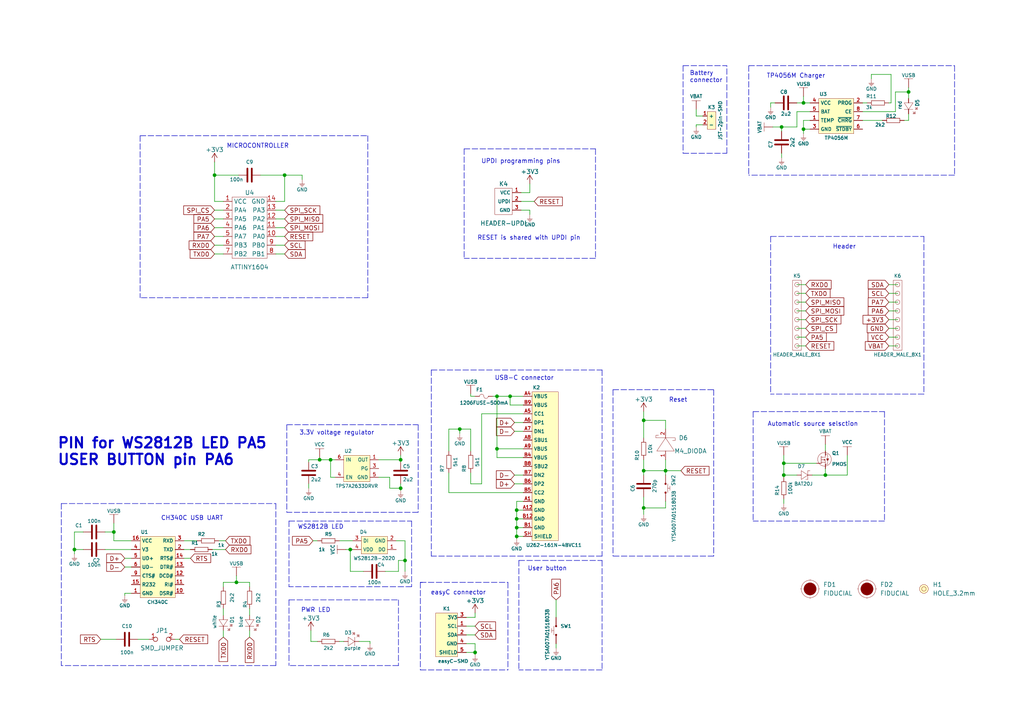
<source format=kicad_sch>
(kicad_sch (version 20211123) (generator eeschema)
  (paper "A4")
  (title_block (title "Dasduino LITE") (date "2022-08-16") (rev "V1.2.2.") (company "SOLDERED") (comment 1 "333008"))
  (lib_symbols
    (symbol "e-radionica.com schematics:0402LED" (pin_numbers hide) (pin_names (offset 0.254) hide)
      (property "Reference" "D" (at -0.635 2.54 0))
      (property "Value" "0402LED" (at 0 -2.54 0))
      (symbol "0402LED_1_1"
        (pin passive line (at -1.905 0 0) (length 1.27) (name "A") (number "1"))
        (pin passive line (at 2.54 0 180) (length 1.27) (name "K") (number "2"))
      )
    )
    (symbol "e-radionica.com schematics:0402LED_1" (pin_numbers hide) (pin_names (offset 0.254) hide)
      (property "Reference" "D" (at -0.635 2.54 0))
      (property "Value" "0402LED" (at 0 -2.54 0))
      (symbol "0402LED_1_1_1"
        (pin passive line (at -1.905 0 0) (length 1.27) (name "A") (number "1"))
        (pin passive line (at 2.54 0 180) (length 1.27) (name "K") (number "2"))
      )
    )
    (symbol "e-radionica.com schematics:0402LED_3" (pin_numbers hide) (pin_names (offset 0.254) hide)
      (property "Reference" "D" (at -0.635 2.54 0))
      (property "Value" "0402LED" (at 0 -2.54 0))
      (symbol "0402LED_3_1_1"
        (pin passive line (at -1.905 0 0) (length 1.27) (name "A") (number "1"))
        (pin passive line (at 2.54 0 180) (length 1.27) (name "K") (number "2"))
      )
    )
    (symbol "e-radionica.com schematics:0402R" (pin_numbers hide) (pin_names (offset 0.254))
      (property "Reference" "R" (at -1.905 1.27 0))
      (property "Value" "0402R" (at 0 -1.27 0))
      (symbol "0402R_1_1"
        (pin passive line (at -3.175 0 0) (length 1.27) (name "~") (number "1"))
        (pin passive line (at 3.175 0 180) (length 1.27) (name "~") (number "2"))
      )
    )
    (symbol "e-radionica.com schematics:0402R_1" (pin_numbers hide) (pin_names (offset 0.254))
      (property "Reference" "R" (at -1.905 1.27 0))
      (property "Value" "0402R" (at 0 -1.27 0))
      (symbol "0402R_1_1_1"
        (pin passive line (at -3.175 0 0) (length 1.27) (name "~") (number "1"))
        (pin passive line (at 3.175 0 180) (length 1.27) (name "~") (number "2"))
      )
    )
    (symbol "e-radionica.com schematics:0402R_2" (pin_numbers hide) (pin_names (offset 0.254))
      (property "Reference" "R" (at -1.905 1.27 0))
      (property "Value" "0402R" (at 0 -1.27 0))
      (symbol "0402R_2_1_1"
        (pin passive line (at -3.175 0 0) (length 1.27) (name "~") (number "1"))
        (pin passive line (at 3.175 0 180) (length 1.27) (name "~") (number "2"))
      )
    )
    (symbol "e-radionica.com schematics:0603C" (pin_numbers hide) (pin_names (offset 0.002))
      (property "Reference" "C" (at -0.635 3.175 0))
      (property "Value" "0603C" (at 0 -3.175 0))
      (symbol "0603C_1_1"
        (pin passive line (at -3.175 0 0) (length 2.54) (name "~") (number "1"))
        (pin passive line (at 3.175 0 180) (length 2.54) (name "~") (number "2"))
      )
    )
    (symbol "e-radionica.com schematics:0603C_3" (pin_numbers hide) (pin_names (offset 0.002))
      (property "Reference" "C" (at -0.635 3.175 0))
      (property "Value" "0603C" (at 0 -3.175 0))
      (symbol "0603C_3_1_1"
        (pin passive line (at -3.175 0 0) (length 2.54) (name "~") (number "1"))
        (pin passive line (at 3.175 0 180) (length 2.54) (name "~") (number "2"))
      )
    )
    (symbol "e-radionica.com schematics:0603C_4" (pin_numbers hide) (pin_names (offset 0.002))
      (property "Reference" "C" (at -0.635 3.175 0))
      (property "Value" "0603C" (at 0 -3.175 0))
      (symbol "0603C_4_1_1"
        (pin passive line (at -3.175 0 0) (length 2.54) (name "~") (number "1"))
        (pin passive line (at 3.175 0 180) (length 2.54) (name "~") (number "2"))
      )
    )
    (symbol "e-radionica.com schematics:0603C_5" (pin_numbers hide) (pin_names (offset 0.002))
      (property "Reference" "C" (at -0.635 3.175 0))
      (property "Value" "0603C" (at 0 -3.175 0))
      (symbol "0603C_5_1_1"
        (pin passive line (at -3.175 0 0) (length 2.54) (name "~") (number "1"))
        (pin passive line (at 3.175 0 180) (length 2.54) (name "~") (number "2"))
      )
    )
    (symbol "e-radionica.com schematics:0603R" (pin_numbers hide) (pin_names (offset 0.254))
      (property "Reference" "R" (at -1.905 1.905 0))
      (property "Value" "0603R" (at 0 -1.905 0))
      (symbol "0603R_1_1"
        (pin passive line (at -3.175 0 0) (length 1.27) (name "~") (number "1"))
        (pin passive line (at 3.175 0 180) (length 1.27) (name "~") (number "2"))
      )
    )
    (symbol "e-radionica.com schematics:0603R_1" (pin_numbers hide) (pin_names (offset 0.254))
      (property "Reference" "R" (at -1.905 1.905 0))
      (property "Value" "0603R" (at 0 -1.905 0))
      (symbol "0603R_1_1_1"
        (pin passive line (at -3.175 0 0) (length 1.27) (name "~") (number "1"))
        (pin passive line (at 3.175 0 180) (length 1.27) (name "~") (number "2"))
      )
    )
    (symbol "e-radionica.com schematics:0603R_2" (pin_numbers hide) (pin_names (offset 0.254))
      (property "Reference" "R" (at -1.905 1.905 0))
      (property "Value" "0603R" (at 0 -1.905 0))
      (symbol "0603R_2_1_1"
        (pin passive line (at -3.175 0 0) (length 1.27) (name "~") (number "1"))
        (pin passive line (at 3.175 0 180) (length 1.27) (name "~") (number "2"))
      )
    )
    (symbol "e-radionica.com schematics:0603R_3" (pin_numbers hide) (pin_names (offset 0.254))
      (property "Reference" "R" (at -1.905 1.905 0))
      (property "Value" "0603R" (at 0 -1.905 0))
      (symbol "0603R_3_1_1"
        (pin passive line (at -3.175 0 0) (length 1.27) (name "~") (number "1"))
        (pin passive line (at 3.175 0 180) (length 1.27) (name "~") (number "2"))
      )
    )
    (symbol "e-radionica.com schematics:0603R_4" (pin_numbers hide) (pin_names (offset 0.254))
      (property "Reference" "R" (at -1.905 1.905 0))
      (property "Value" "0603R" (at 0 -1.905 0))
      (symbol "0603R_4_1_1"
        (pin passive line (at -3.175 0 0) (length 1.27) (name "~") (number "1"))
        (pin passive line (at 3.175 0 180) (length 1.27) (name "~") (number "2"))
      )
    )
    (symbol "e-radionica.com schematics:0603R_5" (pin_numbers hide) (pin_names (offset 0.254))
      (property "Reference" "R" (at -1.905 1.905 0))
      (property "Value" "0603R" (at 0 -1.905 0))
      (symbol "0603R_5_1_1"
        (pin passive line (at -3.175 0 0) (length 1.27) (name "~") (number "1"))
        (pin passive line (at 3.175 0 180) (length 1.27) (name "~") (number "2"))
      )
    )
    (symbol "e-radionica.com schematics:1206FUSE" (pin_numbers hide) (pin_names hide)
      (property "Reference" "F" (at -1.27 1.905 0))
      (property "Value" "1206FUSE" (at 0 -1.905 0))
      (symbol "1206FUSE_1_1"
        (pin passive line (at -2.54 0 0) (length 1.27) (name "~") (number "1"))
        (pin passive line (at 2.54 0 180) (length 1.27) (name "~") (number "2"))
      )
    )
    (symbol "e-radionica.com schematics:ATTINY1604-SSNR"
      (property "Reference" "U" (at 0 10.16 0))
      (property "Value" "ATTINY1604-SSNR" (at 0 -10.16 0))
      (symbol "ATTINY1604-SSNR_1_1"
        (pin passive line (at -7.62 7.62 0) (length 2.54) (name "VCC") (number "1"))
        (pin passive line (at 7.62 -2.54 180) (length 2.54) (name "PA0") (number "10"))
        (pin passive line (at 7.62 0 180) (length 2.54) (name "PA1") (number "11"))
        (pin passive line (at 7.62 2.54 180) (length 2.54) (name "PA2") (number "12"))
        (pin passive line (at 7.62 5.08 180) (length 2.54) (name "PA3") (number "13"))
        (pin passive line (at 7.62 7.62 180) (length 2.54) (name "GND") (number "14"))
        (pin passive line (at -7.62 5.08 0) (length 2.54) (name "PA4") (number "2"))
        (pin passive line (at -7.62 2.54 0) (length 2.54) (name "PA5") (number "3"))
        (pin passive line (at -7.62 0 0) (length 2.54) (name "PA6") (number "4"))
        (pin passive line (at -7.62 -2.54 0) (length 2.54) (name "PA7") (number "5"))
        (pin passive line (at -7.62 -5.08 0) (length 2.54) (name "PB3") (number "6"))
        (pin passive line (at -7.62 -7.62 0) (length 2.54) (name "PB2") (number "7"))
        (pin passive line (at 7.62 -7.62 180) (length 2.54) (name "PB1") (number "8"))
        (pin passive line (at 7.62 -5.08 180) (length 2.54) (name "PB0") (number "9"))
      )
    )
    (symbol "e-radionica.com schematics:BAT20J" (pin_numbers hide) (pin_names hide)
      (property "Reference" "D" (at 0 2.54 0))
      (property "Value" "BAT20J" (at 0 -2.54 0))
      (symbol "BAT20J_1_1"
        (pin passive line (at -1.905 0 0) (length 1.27) (name "A") (number "1"))
        (pin passive line (at 2.54 0 180) (length 1.27) (name "K") (number "2"))
      )
    )
    (symbol "e-radionica.com schematics:CH340C"
      (property "Reference" "U" (at -3.81 10.16 0))
      (property "Value" "CH340C" (at 0 -10.16 0))
      (symbol "CH340C_1_1"
        (pin passive line (at -7.62 -7.62 0) (length 2.54) (name "GND") (number "1"))
        (pin passive line (at 7.62 -7.62 180) (length 2.54) (name "DSR#") (number "10"))
        (pin passive line (at 7.62 -5.08 180) (length 2.54) (name "RI#") (number "11"))
        (pin passive line (at 7.62 -2.54 180) (length 2.54) (name "DCD#") (number "12"))
        (pin passive line (at 7.62 0 180) (length 2.54) (name "DTR#") (number "13"))
        (pin passive line (at 7.62 2.54 180) (length 2.54) (name "RTS#") (number "14"))
        (pin passive line (at -7.62 -5.08 0) (length 2.54) (name "R232") (number "15"))
        (pin passive line (at -7.62 7.62 0) (length 2.54) (name "VCC") (number "16"))
        (pin passive line (at 7.62 5.08 180) (length 2.54) (name "TXD") (number "2"))
        (pin passive line (at 7.62 7.62 180) (length 2.54) (name "RXD") (number "3"))
        (pin passive line (at -7.62 5.08 0) (length 2.54) (name "V3") (number "4"))
        (pin passive line (at -7.62 2.54 0) (length 2.54) (name "UD+") (number "5"))
        (pin passive line (at -7.62 0 0) (length 2.54) (name "UD-") (number "6"))
        (pin passive line (at -7.62 -2.54 0) (length 2.54) (name "CTS#") (number "9"))
      )
    )
    (symbol "e-radionica.com schematics:FIDUCIAL" (in_bom no)
      (property "Reference" "FD" (at 0 3.81 0))
      (property "Value" "FIDUCIAL" (at 0 -3.81 0))
    )
    (symbol "e-radionica.com schematics:GND" (power) (pin_names (offset 0))
      (property "Value" "GND" (at 0 -2.921 0))
      (symbol "GND_1_1"
        (pin power_in line (at 0 0 270) (length 0) hide (name "GND") (number "1"))
      )
    )
    (symbol "e-radionica.com schematics:GND_1" (power) (pin_names (offset 0))
      (property "Value" "GND" (at 0 -2.921 0))
      (symbol "GND_1_1_1"
        (pin power_in line (at 0 0 270) (length 0) hide (name "GND") (number "1"))
      )
    )
    (symbol "e-radionica.com schematics:GND_2" (power) (pin_names (offset 0))
      (property "Value" "GND" (at 0 -2.921 0))
      (symbol "GND_2_1_1"
        (pin power_in line (at 0 0 270) (length 0) hide (name "GND") (number "1"))
      )
    )
    (symbol "e-radionica.com schematics:GND_3" (power) (pin_names (offset 0))
      (property "Value" "GND" (at 0 -2.921 0))
      (symbol "GND_3_1_1"
        (pin power_in line (at 0 0 270) (length 0) hide (name "GND") (number "1"))
      )
    )
    (symbol "e-radionica.com schematics:GND_4" (power) (pin_names (offset 0))
      (property "Value" "GND" (at 0 -2.921 0))
      (symbol "GND_4_1_1"
        (pin power_in line (at 0 0 270) (length 0) hide (name "GND") (number "1"))
      )
    )
    (symbol "e-radionica.com schematics:GND_5" (power) (pin_names (offset 0))
      (property "Value" "GND" (at 0 -2.921 0))
      (symbol "GND_5_1_1"
        (pin power_in line (at 0 0 270) (length 0) hide (name "GND") (number "1"))
      )
    )
    (symbol "e-radionica.com schematics:GND_7" (power) (pin_names (offset 0))
      (property "Value" "GND" (at 0 -2.921 0))
      (symbol "GND_7_1_1"
        (pin power_in line (at 0 0 270) (length 0) hide (name "GND") (number "1"))
      )
    )
    (symbol "e-radionica.com schematics:GND_8" (power) (pin_names (offset 0))
      (property "Value" "GND" (at 0 -2.921 0))
      (symbol "GND_8_1_1"
        (pin power_in line (at 0 0 270) (length 0) hide (name "GND") (number "1"))
      )
    )
    (symbol "e-radionica.com schematics:HEADER-UPDI"
      (property "Reference" "K" (at -1.27 5.08 0))
      (property "Value" "HEADER-UPDI" (at 0 -5.08 0))
      (symbol "HEADER-UPDI_1_1"
        (pin power_in line (at 5.08 2.54 180) (length 2.54) (name "VCC") (number "1"))
        (pin bidirectional line (at 5.08 0 180) (length 2.54) (name "UPDI") (number "2"))
        (pin power_in line (at 5.08 -2.54 180) (length 2.54) (name "GND") (number "3"))
      )
    )
    (symbol "e-radionica.com schematics:HEADER_MALE_8X1" (pin_numbers hide) (pin_names hide)
      (property "Reference" "K" (at -0.635 12.7 0))
      (property "Value" "HEADER_MALE_8X1" (at 0.635 -10.16 0))
      (symbol "HEADER_MALE_8X1_1_1"
        (pin passive line (at 0 -7.62 180) (length 0) (name "~") (number "1"))
        (pin passive line (at 0 -5.08 180) (length 0) (name "~") (number "2"))
        (pin passive line (at 0 -2.54 180) (length 0) (name "~") (number "3"))
        (pin passive line (at 0 0 180) (length 0) (name "~") (number "4"))
        (pin passive line (at 0 2.54 180) (length 0) (name "~") (number "5"))
        (pin passive line (at 0 5.08 180) (length 0) (name "~") (number "6"))
        (pin passive line (at 0 7.62 180) (length 0) (name "~") (number "7"))
        (pin passive line (at 0 10.16 180) (length 0) (name "~") (number "8"))
      )
    )
    (symbol "e-radionica.com schematics:HOLE_3.2mm" (pin_numbers hide) (pin_names hide)
      (property "Reference" "H" (at 0 2.54 0))
      (property "Value" "HOLE_3.2mm" (at 0 -2.54 0))
    )
    (symbol "e-radionica.com schematics:JST-2pin-SMD"
      (property "Reference" "K" (at -1.27 5.08 0))
      (property "Value" "JST-2pin-SMD" (at 0 -2.54 0))
      (symbol "JST-2pin-SMD_1_1"
        (pin passive line (at 1.27 0 180) (length 1.27) (name "+") (number "1"))
        (pin passive line (at 1.27 2.54 180) (length 1.27) (name "-") (number "2"))
      )
    )
    (symbol "e-radionica.com schematics:M4_DIODA" (pin_names hide)
      (property "Reference" "D" (at 0 3.81 0))
      (property "Value" "M4_DIODA" (at 0 -4.572 0))
      (symbol "M4_DIODA_1_1"
        (pin passive line (at -5.08 0 0) (length 2.54) (name "A") (number "1"))
        (pin passive line (at 3.81 0 180) (length 2.54) (name "K") (number "2"))
      )
    )
    (symbol "e-radionica.com schematics:PMOS-SOT-23-3" (pin_numbers hide) (pin_names hide)
      (property "Reference" "Q" (at -0.762 3.302 0))
      (property "Value" "PMOS-SOT-23-3" (at 0.381 -4.064 0))
      (symbol "PMOS-SOT-23-3_1_1"
        (pin passive line (at -1.27 -1.016 0) (length 1.27) (name "G") (number "1"))
        (pin passive line (at 1.27 -2.54 90) (length 1.27) (name "S") (number "2"))
        (pin passive line (at 1.27 2.54 270) (length 1.27) (name "D") (number "3"))
      )
    )
    (symbol "e-radionica.com schematics:SMD_JUMPER"
      (property "Reference" "JP" (at 0 1.397 0))
      (property "Value" "SMD_JUMPER" (at 0.508 -3.048 0))
      (symbol "SMD_JUMPER_1_1"
        (pin passive inverted (at -3.81 0 0) (length 2.54) (name "") (number "1"))
        (pin passive inverted (at 3.81 0 180) (length 2.54) (name "") (number "2"))
      )
    )
    (symbol "e-radionica.com schematics:TP4056M"
      (property "Reference" "U" (at -3.81 5.08 0))
      (property "Value" "TP4056M" (at 0 -7.62 0))
      (symbol "TP4056M_1_1"
        (pin passive line (at -7.62 -2.54 0) (length 2.54) (name "TEMP") (number "1"))
        (pin passive line (at 7.62 2.54 180) (length 2.54) (name "PROG") (number "2"))
        (pin passive line (at -7.62 -5.08 0) (length 2.54) (name "GND") (number "3"))
        (pin passive line (at -7.62 2.54 0) (length 2.54) (name "VCC") (number "4"))
        (pin passive line (at -7.62 0 0) (length 2.54) (name "BAT") (number "5"))
        (pin passive line (at 7.62 -5.08 180) (length 2.54) (name "~{STDBY}") (number "6"))
        (pin passive line (at 7.62 -2.54 180) (length 2.54) (name "~{CHRG}") (number "7"))
        (pin passive line (at 7.62 0 180) (length 2.54) (name "CE") (number "8"))
      )
    )
    (symbol "e-radionica.com schematics:TPS7A2633DRVR"
      (property "Reference" "U" (at -3.175 5.08 0))
      (property "Value" "TPS7A2633DRVR" (at 0 -5.08 0))
      (symbol "TPS7A2633DRVR_1_1"
        (pin passive line (at 6.35 2.54 180) (length 2.54) (name "OUT") (number "1"))
        (pin passive line (at 6.35 0 180) (length 2.54) (name "PG") (number "3"))
        (pin passive line (at -6.35 -2.54 0) (length 2.54) (name "EN") (number "4"))
        (pin passive line (at 6.35 -2.54 180) (length 2.54) (name "GND") (number "5"))
        (pin passive line (at -6.35 2.54 0) (length 2.54) (name "IN") (number "6"))
      )
    )
    (symbol "e-radionica.com schematics:U262-161N-4BVC11"
      (property "Reference" "K" (at 0 22.86 0))
      (property "Value" "U262-161N-4BVC11" (at 2.54 -22.86 0))
      (symbol "U262-161N-4BVC11_1_1"
        (pin passive line (at -3.81 -10.16 0) (length 2.54) (name "GND") (number "A1"))
        (pin passive line (at -3.81 -12.7 0) (length 2.54) (name "GND") (number "A12"))
        (pin passive line (at -3.81 20.32 0) (length 2.54) (name "VBUS") (number "A4"))
        (pin passive line (at -3.81 15.24 0) (length 2.54) (name "CC1") (number "A5"))
        (pin passive line (at -3.81 12.7 0) (length 2.54) (name "DP1") (number "A6"))
        (pin passive line (at -3.81 10.16 0) (length 2.54) (name "DN1") (number "A7"))
        (pin passive line (at -3.81 7.62 0) (length 2.54) (name "SBU1") (number "A8"))
        (pin passive line (at -3.81 5.08 0) (length 2.54) (name "VBUS") (number "A9"))
        (pin passive line (at -3.81 -17.78 0) (length 2.54) (name "GND") (number "B1"))
        (pin passive line (at -3.81 -15.24 0) (length 2.54) (name "GND") (number "B12"))
        (pin passive line (at -3.81 2.54 0) (length 2.54) (name "VBUS") (number "B4"))
        (pin passive line (at -3.81 -7.62 0) (length 2.54) (name "CC2") (number "B5"))
        (pin passive line (at -3.81 -5.08 0) (length 2.54) (name "DP2") (number "B6"))
        (pin passive line (at -3.81 -2.54 0) (length 2.54) (name "DN2") (number "B7"))
        (pin passive line (at -3.81 0 0) (length 2.54) (name "SBU2") (number "B8"))
        (pin passive line (at -3.81 17.78 0) (length 2.54) (name "VBUS") (number "B9"))
        (pin passive line (at -3.81 -20.32 0) (length 2.54) (name "SHIELD") (number "SH"))
      )
    )
    (symbol "e-radionica.com schematics:VBAT" (power) (pin_names (offset 0))
      (property "Value" "VBAT" (at 0 3.556 0))
      (symbol "VBAT_1_1"
        (pin power_in line (at 0 0 90) (length 0) hide (name "VBAT") (number "1"))
      )
    )
    (symbol "e-radionica.com schematics:VCC" (power) (pin_names (offset 0))
      (property "Value" "VCC" (at 0 3.556 0))
      (symbol "VCC_1_1"
        (pin power_in line (at 0 0 90) (length 0) hide (name "VCC") (number "1"))
      )
    )
    (symbol "e-radionica.com schematics:VUSB" (power) (pin_names (offset 0))
      (property "Value" "VUSB" (at 0 3.556 0))
      (symbol "VUSB_1_1"
        (pin power_in line (at 0 0 90) (length 0) hide (name "VUSB") (number "1"))
      )
    )
    (symbol "e-radionica.com schematics:VUSB_1" (power) (pin_names (offset 0))
      (property "Value" "VUSB" (at 0 3.556 0))
      (symbol "VUSB_1_1_1"
        (pin power_in line (at 0 0 90) (length 0) hide (name "VUSB") (number "1"))
      )
    )
    (symbol "e-radionica.com schematics:VUSB_2" (power) (pin_names (offset 0))
      (property "Value" "VUSB" (at 0 3.556 0))
      (symbol "VUSB_2_1_1"
        (pin power_in line (at 0 0 90) (length 0) hide (name "VUSB") (number "1"))
      )
    )
    (symbol "e-radionica.com schematics:VUSB_3" (power) (pin_names (offset 0))
      (property "Value" "VUSB" (at 0 3.556 0))
      (symbol "VUSB_3_1_1"
        (pin power_in line (at 0 0 90) (length 0) hide (name "VUSB") (number "1"))
      )
    )
    (symbol "e-radionica.com schematics:VUSB_4" (power) (pin_names (offset 0))
      (property "Value" "VUSB" (at 0 3.556 0))
      (symbol "VUSB_4_1_1"
        (pin power_in line (at 0 0 90) (length 0) hide (name "VUSB") (number "1"))
      )
    )
    (symbol "e-radionica.com schematics:WS2812B-2020"
      (property "Reference" "D" (at -2.54 3.81 0))
      (property "Value" "WS2812B-2020" (at 0 -3.81 0))
      (symbol "WS2812B-2020_1_1"
        (pin passive line (at 6.35 -1.27 180) (length 2.54) (name "DO") (number "1"))
        (pin passive line (at 6.35 1.27 180) (length 2.54) (name "GND") (number "2"))
        (pin passive line (at -6.35 1.27 0) (length 2.54) (name "DI") (number "3"))
        (pin passive line (at -6.35 -1.27 0) (length 2.54) (name "VDD") (number "4"))
      )
    )
    (symbol "e-radionica.com schematics:YTSA007A0151803B" (pin_numbers hide) (pin_names hide)
      (property "Reference" "SW" (at -1.016 2.286 0))
      (property "Value" "YTSA007A0151803B" (at 1.778 -2.032 0))
      (symbol "YTSA007A0151803B_1_1"
        (pin passive line (at -2.54 0 0) (length 2.54) (name "~") (number "1"))
        (pin passive line (at 5.08 0 180) (length 2.54) (name "~") (number "2"))
      )
    )
    (symbol "e-radionica.com schematics:easyC-SMD" (pin_names (offset 0.002))
      (property "Reference" "K" (at -2.54 10.16 0))
      (property "Value" "easyC-SMD" (at 0 -5.08 0))
      (symbol "easyC-SMD_1_1"
        (pin passive line (at 5.715 5.08 180) (length 2.54) (name "SCL") (number "1"))
        (pin passive line (at 5.715 2.54 180) (length 2.54) (name "SDA") (number "2"))
        (pin passive line (at 5.715 7.62 180) (length 2.54) (name "3V3") (number "3"))
        (pin passive line (at 5.715 0 180) (length 2.54) (name "GND") (number "4"))
        (pin passive line (at 5.715 -2.54 180) (length 2.54) (name "SHIELD") (number "5"))
      )
    )
    (symbol "power:+3V3" (power) (pin_names (offset 0))
      (property "Value" "+3V3" (at 0 3.556 0))
      (symbol "+3V3_1_1"
        (pin power_in line (at 0 0 90) (length 0) hide (name "+3V3") (number "1"))
      )
    )
  )
  (junction (at 186.69 121.92) (diameter 0.9144))
  (junction (at 186.69 136.525) (diameter 0.9144))
  (junction (at 149.86 150.495) (diameter 0.9144))
  (junction (at 144.145 130.175) (diameter 0.9144))
  (junction (at 92.71 133.35) (diameter 0.9144))
  (junction (at 95.885 133.35) (diameter 0.9144))
  (junction (at 117.475 162.56) (diameter 0.9144))
  (junction (at 116.205 141.605) (diameter 0.9144))
  (junction (at 21.59 159.385) (diameter 0.9144))
  (junction (at 233.045 37.465) (diameter 0.9144))
  (junction (at 116.205 133.35) (diameter 0.9144))
  (junction (at 186.69 147.32) (diameter 0.9144))
  (junction (at 149.86 153.035) (diameter 0.9144))
  (junction (at 82.55 50.8) (diameter 0.9144))
  (junction (at 149.86 155.575) (diameter 0.9144))
  (junction (at 227.33 134.366) (diameter 0.9144))
  (junction (at 227.33 137.795) (diameter 0.9144))
  (junction (at 149.86 147.955) (diameter 0.9144))
  (junction (at 137.795 189.23) (diameter 0.9144))
  (junction (at 33.02 154.305) (diameter 0.9144))
  (junction (at 144.145 114.935) (diameter 0.9144))
  (junction (at 226.695 36.83) (diameter 0.9144))
  (junction (at 263.525 26.67) (diameter 0.9144))
  (junction (at 147.955 114.935) (diameter 0.9144))
  (junction (at 233.045 29.845) (diameter 0.9144))
  (junction (at 239.395 137.795) (diameter 0.9144))
  (junction (at 193.04 136.525) (diameter 0.9144))
  (junction (at 101.6 159.385) (diameter 0.9144))
  (junction (at 68.58 168.91) (diameter 0.9144))
  (junction (at 62.23 50.8) (diameter 0.9144))
  (junction (at 133.35 124.46) (diameter 0.9144))
  (polyline (pts (xy 256.54 119.38) (xy 256.54 151.13)) (stroke (width 0) (type dash)))
  (wire (pts (xy 149.86 155.575) (xy 149.86 156.21)))
  (polyline (pts (xy 218.44 119.38) (xy 218.44 151.13)) (stroke (width 0) (type dash)))
  (wire (pts (xy 234.95 37.465) (xy 233.045 37.465)))
  (polyline (pts (xy 17.78 146.05) (xy 17.78 193.04)) (stroke (width 0) (type dash)))
  (wire (pts (xy 136.525 140.335) (xy 139.7 140.335)))
  (wire (pts (xy 116.205 132.08) (xy 116.205 133.35)))
  (wire (pts (xy 24.13 159.385) (xy 21.59 159.385)))
  (wire (pts (xy 64.77 182.88) (xy 64.77 184.785)))
  (wire (pts (xy 105.41 165.735) (xy 101.6 165.735)))
  (wire (pts (xy 149.86 145.415) (xy 149.86 147.955)))
  (wire (pts (xy 36.195 172.085) (xy 36.195 172.72)))
  (wire (pts (xy 62.23 46.99) (xy 62.23 50.8)))
  (wire (pts (xy 62.23 50.8) (xy 62.23 58.42)))
  (wire (pts (xy 203.835 33.655) (xy 201.93 33.655)))
  (wire (pts (xy 142.875 114.935) (xy 144.145 114.935)))
  (wire (pts (xy 64.77 176.53) (xy 64.77 178.435)))
  (wire (pts (xy 80.01 60.96) (xy 82.55 60.96)))
  (wire (pts (xy 139.7 140.335) (xy 139.7 120.015)))
  (wire (pts (xy 234.95 32.385) (xy 231.14 32.385)))
  (wire (pts (xy 151.13 58.42) (xy 154.94 58.42)))
  (polyline (pts (xy 147.32 168.91) (xy 147.32 194.31)) (stroke (width 0) (type dash)))
  (wire (pts (xy 201.93 33.655) (xy 201.93 31.75)))
  (wire (pts (xy 50.8 185.42) (xy 52.07 185.42)))
  (polyline (pts (xy 172.72 43.18) (xy 172.72 74.93)) (stroke (width 0) (type dash)))
  (wire (pts (xy 30.48 159.385) (xy 38.1 159.385)))
  (wire (pts (xy 263.525 26.67) (xy 263.525 28.575)))
  (polyline (pts (xy 217.17 19.05) (xy 276.86 19.05)) (stroke (width 0) (type dash)))
  (polyline (pts (xy 198.12 19.05) (xy 198.12 44.45)) (stroke (width 0) (type dash)))
  (wire (pts (xy 64.77 170.18) (xy 64.77 168.91)))
  (polyline (pts (xy 83.185 123.19) (xy 83.185 148.59)) (stroke (width 0) (type dash)))
  (wire (pts (xy 233.045 37.465) (xy 233.045 38.735)))
  (wire (pts (xy 116.205 133.35) (xy 116.205 133.985)))
  (polyline (pts (xy 83.82 173.99) (xy 83.82 193.04)) (stroke (width 0) (type dash)))
  (wire (pts (xy 226.695 36.83) (xy 231.14 36.83)))
  (wire (pts (xy 21.59 159.385) (xy 21.59 160.655)))
  (wire (pts (xy 193.04 136.525) (xy 197.485 136.525)))
  (wire (pts (xy 144.145 130.175) (xy 151.765 130.175)))
  (wire (pts (xy 149.225 125.095) (xy 151.765 125.095)))
  (wire (pts (xy 72.39 176.53) (xy 72.39 178.435)))
  (wire (pts (xy 136.525 124.46) (xy 136.525 130.81)))
  (wire (pts (xy 135.255 184.15) (xy 137.795 184.15)))
  (wire (pts (xy 231.14 92.71) (xy 233.68 92.71)))
  (wire (pts (xy 186.69 144.145) (xy 186.69 147.32)))
  (wire (pts (xy 53.34 161.925) (xy 55.245 161.925)))
  (wire (pts (xy 114.935 156.845) (xy 117.475 156.845)))
  (polyline (pts (xy 174.625 194.31) (xy 150.495 194.31)) (stroke (width 0) (type dash)))
  (wire (pts (xy 33.02 154.305) (xy 33.02 151.765)))
  (wire (pts (xy 135.255 181.61) (xy 137.795 181.61)))
  (wire (pts (xy 90.805 156.845) (xy 92.075 156.845)))
  (polyline (pts (xy 223.52 68.58) (xy 267.97 68.58)) (stroke (width 0) (type dash)))
  (wire (pts (xy 186.69 136.525) (xy 193.04 136.525)))
  (wire (pts (xy 62.23 71.12) (xy 64.77 71.12)))
  (wire (pts (xy 80.01 66.04) (xy 82.55 66.04)))
  (wire (pts (xy 257.81 87.63) (xy 260.35 87.63)))
  (wire (pts (xy 227.33 144.78) (xy 227.33 146.05)))
  (wire (pts (xy 186.69 147.32) (xy 193.04 147.32)))
  (wire (pts (xy 235.585 137.795) (xy 239.395 137.795)))
  (wire (pts (xy 250.19 29.845) (xy 251.46 29.845)))
  (wire (pts (xy 137.795 179.07) (xy 137.795 177.8)))
  (wire (pts (xy 38.1 156.845) (xy 33.02 156.845)))
  (wire (pts (xy 226.695 44.45) (xy 226.695 45.72)))
  (wire (pts (xy 259.715 26.67) (xy 263.525 26.67)))
  (wire (pts (xy 115.57 165.735) (xy 115.57 162.56)))
  (wire (pts (xy 95.885 133.35) (xy 92.71 133.35)))
  (wire (pts (xy 68.58 167.005) (xy 68.58 168.91)))
  (wire (pts (xy 136.525 137.16) (xy 136.525 140.335)))
  (wire (pts (xy 62.23 58.42) (xy 64.77 58.42)))
  (wire (pts (xy 62.23 63.5) (xy 64.77 63.5)))
  (wire (pts (xy 144.145 130.175) (xy 144.145 114.935)))
  (wire (pts (xy 227.33 134.366) (xy 236.855 134.366)))
  (wire (pts (xy 186.69 136.525) (xy 186.69 137.795)))
  (wire (pts (xy 113.03 141.605) (xy 116.205 141.605)))
  (wire (pts (xy 231.14 95.25) (xy 233.68 95.25)))
  (wire (pts (xy 250.19 34.925) (xy 255.905 34.925)))
  (wire (pts (xy 203.835 36.195) (xy 201.93 36.195)))
  (wire (pts (xy 98.425 156.845) (xy 102.235 156.845)))
  (polyline (pts (xy 80.01 146.05) (xy 80.01 193.04)) (stroke (width 0) (type dash)))
  (wire (pts (xy 258.445 29.845) (xy 258.445 21.59)))
  (wire (pts (xy 72.39 168.91) (xy 68.58 168.91)))
  (wire (pts (xy 239.395 137.795) (xy 239.395 135.89)))
  (wire (pts (xy 97.155 138.43) (xy 95.885 138.43)))
  (wire (pts (xy 33.02 156.845) (xy 33.02 154.305)))
  (wire (pts (xy 149.86 147.955) (xy 149.86 150.495)))
  (wire (pts (xy 95.885 138.43) (xy 95.885 133.35)))
  (wire (pts (xy 135.255 186.69) (xy 137.795 186.69)))
  (wire (pts (xy 24.13 154.305) (xy 21.59 154.305)))
  (wire (pts (xy 116.205 140.335) (xy 116.205 141.605)))
  (wire (pts (xy 130.175 124.46) (xy 133.35 124.46)))
  (wire (pts (xy 223.52 29.845) (xy 223.52 31.115)))
  (wire (pts (xy 231.14 87.63) (xy 233.68 87.63)))
  (wire (pts (xy 62.23 60.96) (xy 64.77 60.96)))
  (wire (pts (xy 101.6 165.735) (xy 101.6 159.385)))
  (wire (pts (xy 161.29 186.69) (xy 161.29 187.96)))
  (wire (pts (xy 250.19 32.385) (xy 259.715 32.385)))
  (polyline (pts (xy 115.57 193.04) (xy 83.82 193.04)) (stroke (width 0) (type dash)))
  (wire (pts (xy 36.195 161.925) (xy 38.1 161.925)))
  (wire (pts (xy 149.86 150.495) (xy 151.765 150.495)))
  (wire (pts (xy 193.04 145.415) (xy 193.04 147.32)))
  (wire (pts (xy 107.315 186.055) (xy 107.315 186.69)))
  (polyline (pts (xy 83.82 173.99) (xy 115.57 173.99)) (stroke (width 0) (type dash)))
  (wire (pts (xy 62.23 50.8) (xy 69.215 50.8)))
  (wire (pts (xy 149.86 147.955) (xy 151.765 147.955)))
  (wire (pts (xy 231.14 32.385) (xy 231.14 36.83)))
  (wire (pts (xy 72.39 182.88) (xy 72.39 184.785)))
  (wire (pts (xy 245.745 132.08) (xy 245.745 137.795)))
  (polyline (pts (xy 40.64 39.37) (xy 40.64 86.36)) (stroke (width 0) (type dash)))
  (wire (pts (xy 263.525 25.4) (xy 263.525 26.67)))
  (wire (pts (xy 90.17 186.055) (xy 90.17 182.88)))
  (wire (pts (xy 92.075 186.055) (xy 90.17 186.055)))
  (wire (pts (xy 115.57 162.56) (xy 117.475 162.56)))
  (wire (pts (xy 80.01 68.58) (xy 82.55 68.58)))
  (wire (pts (xy 147.955 114.935) (xy 151.765 114.935)))
  (wire (pts (xy 149.86 150.495) (xy 149.86 153.035)))
  (wire (pts (xy 263.525 34.925) (xy 263.525 33.02)))
  (wire (pts (xy 193.04 121.92) (xy 186.69 121.92)))
  (wire (pts (xy 193.04 124.46) (xy 193.04 121.92)))
  (wire (pts (xy 137.795 189.23) (xy 137.795 189.865)))
  (polyline (pts (xy 121.285 123.19) (xy 121.285 148.59)) (stroke (width 0) (type dash)))
  (polyline (pts (xy 121.285 148.59) (xy 83.185 148.59)) (stroke (width 0) (type dash)))
  (wire (pts (xy 89.535 133.985) (xy 89.535 133.35)))
  (wire (pts (xy 239.395 137.795) (xy 245.745 137.795)))
  (wire (pts (xy 201.93 36.195) (xy 201.93 36.83)))
  (wire (pts (xy 151.765 132.715) (xy 144.145 132.715)))
  (wire (pts (xy 137.795 114.935) (xy 136.525 114.935)))
  (wire (pts (xy 227.33 137.795) (xy 231.14 137.795)))
  (polyline (pts (xy 174.625 107.315) (xy 174.625 161.29)) (stroke (width 0) (type dash)))
  (wire (pts (xy 111.76 165.735) (xy 115.57 165.735)))
  (wire (pts (xy 89.535 140.335) (xy 89.535 141.605)))
  (polyline (pts (xy 177.8 113.03) (xy 177.8 161.29)) (stroke (width 0) (type dash)))
  (polyline (pts (xy 177.8 113.03) (xy 207.01 113.03)) (stroke (width 0) (type dash)))
  (polyline (pts (xy 207.01 113.03) (xy 207.01 161.29)) (stroke (width 0) (type dash)))
  (polyline (pts (xy 207.01 161.29) (xy 177.8 161.29)) (stroke (width 0) (type dash)))
  (polyline (pts (xy 115.57 173.99) (xy 115.57 193.04)) (stroke (width 0) (type dash)))
  (wire (pts (xy 135.255 179.07) (xy 137.795 179.07)))
  (wire (pts (xy 53.34 159.385) (xy 55.245 159.385)))
  (polyline (pts (xy 174.625 161.29) (xy 125.095 161.29)) (stroke (width 0) (type dash)))
  (wire (pts (xy 186.69 119.38) (xy 186.69 121.92)))
  (wire (pts (xy 186.69 121.92) (xy 186.69 127)))
  (polyline (pts (xy 125.095 107.315) (xy 125.095 161.29)) (stroke (width 0) (type dash)))
  (wire (pts (xy 257.81 95.25) (xy 260.35 95.25)))
  (wire (pts (xy 257.81 29.845) (xy 258.445 29.845)))
  (polyline (pts (xy 172.72 74.93) (xy 134.62 74.93)) (stroke (width 0) (type dash)))
  (wire (pts (xy 137.795 186.69) (xy 137.795 189.23)))
  (wire (pts (xy 231.14 97.79) (xy 233.68 97.79)))
  (polyline (pts (xy 125.095 107.315) (xy 174.625 107.315)) (stroke (width 0) (type dash)))
  (polyline (pts (xy 198.12 44.45) (xy 210.82 44.45)) (stroke (width 0) (type dash)))
  (wire (pts (xy 193.04 136.525) (xy 193.04 137.795)))
  (polyline (pts (xy 150.495 162.56) (xy 174.625 162.56)) (stroke (width 0) (type dash)))
  (wire (pts (xy 227.33 132.08) (xy 227.33 134.366)))
  (wire (pts (xy 231.14 90.17) (xy 233.68 90.17)))
  (wire (pts (xy 101.6 159.385) (xy 102.235 159.385)))
  (polyline (pts (xy 267.97 114.3) (xy 223.52 114.3)) (stroke (width 0) (type dash)))
  (wire (pts (xy 82.55 58.42) (xy 80.01 58.42)))
  (polyline (pts (xy 210.82 44.45) (xy 210.82 19.05)) (stroke (width 0) (type dash)))
  (wire (pts (xy 149.225 140.335) (xy 151.765 140.335)))
  (wire (pts (xy 53.34 156.845) (xy 57.15 156.845)))
  (wire (pts (xy 231.14 100.33) (xy 233.68 100.33)))
  (wire (pts (xy 144.145 130.175) (xy 144.145 132.715)))
  (wire (pts (xy 62.23 66.04) (xy 64.77 66.04)))
  (polyline (pts (xy 83.82 151.13) (xy 83.82 170.18)) (stroke (width 0) (type dash)))
  (wire (pts (xy 133.35 124.46) (xy 136.525 124.46)))
  (polyline (pts (xy 217.17 19.05) (xy 217.17 50.8)) (stroke (width 0) (type dash)))
  (wire (pts (xy 64.77 168.91) (xy 68.58 168.91)))
  (wire (pts (xy 117.475 162.56) (xy 117.475 165.735)))
  (wire (pts (xy 252.73 21.59) (xy 252.73 22.86)))
  (wire (pts (xy 133.35 124.46) (xy 133.35 125.73)))
  (wire (pts (xy 151.765 117.475) (xy 147.955 117.475)))
  (polyline (pts (xy 121.92 194.31) (xy 147.32 194.31)) (stroke (width 0) (type dash)))
  (wire (pts (xy 62.23 68.58) (xy 64.77 68.58)))
  (wire (pts (xy 233.045 29.845) (xy 233.045 27.94)))
  (wire (pts (xy 233.045 34.925) (xy 233.045 37.465)))
  (wire (pts (xy 139.7 120.015) (xy 151.765 120.015)))
  (polyline (pts (xy 106.68 86.36) (xy 40.64 86.36)) (stroke (width 0) (type dash)))
  (polyline (pts (xy 134.62 43.18) (xy 172.72 43.18)) (stroke (width 0) (type dash)))
  (polyline (pts (xy 80.01 193.04) (xy 17.78 193.04)) (stroke (width 0) (type dash)))
  (wire (pts (xy 135.255 189.23) (xy 137.795 189.23)))
  (polyline (pts (xy 150.495 162.56) (xy 150.495 194.31)) (stroke (width 0) (type dash)))
  (wire (pts (xy 149.225 137.795) (xy 151.765 137.795)))
  (wire (pts (xy 234.95 29.845) (xy 233.045 29.845)))
  (polyline (pts (xy 119.38 151.13) (xy 119.38 170.18)) (stroke (width 0) (type dash)))
  (wire (pts (xy 262.255 34.925) (xy 263.525 34.925)))
  (wire (pts (xy 234.95 34.925) (xy 233.045 34.925)))
  (wire (pts (xy 151.13 55.88) (xy 153.67 55.88)))
  (wire (pts (xy 153.67 55.88) (xy 153.67 53.34)))
  (polyline (pts (xy 83.82 151.13) (xy 119.38 151.13)) (stroke (width 0) (type dash)))
  (wire (pts (xy 257.81 92.71) (xy 260.35 92.71)))
  (wire (pts (xy 151.13 60.96) (xy 153.67 60.96)))
  (wire (pts (xy 153.67 60.96) (xy 153.67 62.23)))
  (wire (pts (xy 61.595 159.385) (xy 65.405 159.385)))
  (wire (pts (xy 227.33 134.366) (xy 227.33 137.795)))
  (wire (pts (xy 186.69 133.35) (xy 186.69 136.525)))
  (wire (pts (xy 147.955 117.475) (xy 147.955 114.935)))
  (wire (pts (xy 80.01 71.12) (xy 82.55 71.12)))
  (wire (pts (xy 130.175 124.46) (xy 130.175 130.81)))
  (wire (pts (xy 38.1 172.085) (xy 36.195 172.085)))
  (wire (pts (xy 226.695 36.83) (xy 226.695 38.1)))
  (wire (pts (xy 257.81 85.09) (xy 260.35 85.09)))
  (wire (pts (xy 259.715 32.385) (xy 259.715 26.67)))
  (polyline (pts (xy 218.44 119.38) (xy 256.54 119.38)) (stroke (width 0) (type dash)))
  (wire (pts (xy 109.855 138.43) (xy 113.03 138.43)))
  (wire (pts (xy 149.225 122.555) (xy 151.765 122.555)))
  (polyline (pts (xy 267.97 68.58) (xy 267.97 114.3)) (stroke (width 0) (type dash)))
  (polyline (pts (xy 276.86 50.8) (xy 217.17 50.8)) (stroke (width 0) (type dash)))
  (wire (pts (xy 257.81 100.33) (xy 260.35 100.33)))
  (wire (pts (xy 231.14 29.845) (xy 233.045 29.845)))
  (wire (pts (xy 75.565 50.8) (xy 82.55 50.8)))
  (wire (pts (xy 258.445 21.59) (xy 252.73 21.59)))
  (wire (pts (xy 151.765 142.875) (xy 130.175 142.875)))
  (wire (pts (xy 21.59 154.305) (xy 21.59 159.385)))
  (wire (pts (xy 161.29 173.99) (xy 161.29 179.07)))
  (wire (pts (xy 116.205 141.605) (xy 116.205 142.24)))
  (wire (pts (xy 231.14 85.09) (xy 233.68 85.09)))
  (wire (pts (xy 186.69 147.32) (xy 186.69 149.225)))
  (wire (pts (xy 80.01 73.66) (xy 82.55 73.66)))
  (wire (pts (xy 193.04 133.35) (xy 193.04 136.525)))
  (wire (pts (xy 257.81 82.55) (xy 260.35 82.55)))
  (wire (pts (xy 72.39 170.18) (xy 72.39 168.91)))
  (wire (pts (xy 82.55 50.8) (xy 87.63 50.8)))
  (wire (pts (xy 82.55 58.42) (xy 82.55 50.8)))
  (wire (pts (xy 87.63 50.8) (xy 87.63 52.07)))
  (wire (pts (xy 227.33 137.795) (xy 227.33 138.43)))
  (polyline (pts (xy 256.54 151.13) (xy 218.44 151.13)) (stroke (width 0) (type dash)))
  (wire (pts (xy 62.23 73.66) (xy 64.77 73.66)))
  (wire (pts (xy 231.14 82.55) (xy 233.68 82.55)))
  (wire (pts (xy 151.765 145.415) (xy 149.86 145.415)))
  (polyline (pts (xy 40.64 39.37) (xy 106.68 39.37)) (stroke (width 0) (type dash)))
  (wire (pts (xy 239.395 128.905) (xy 239.395 130.81)))
  (wire (pts (xy 97.155 133.35) (xy 95.885 133.35)))
  (polyline (pts (xy 121.92 168.91) (xy 121.92 194.31)) (stroke (width 0) (type dash)))
  (wire (pts (xy 30.48 154.305) (xy 33.02 154.305)))
  (wire (pts (xy 224.79 29.845) (xy 223.52 29.845)))
  (wire (pts (xy 113.03 138.43) (xy 113.03 141.605)))
  (wire (pts (xy 80.01 63.5) (xy 82.55 63.5)))
  (wire (pts (xy 104.14 186.055) (xy 107.315 186.055)))
  (polyline (pts (xy 134.62 43.18) (xy 134.62 74.93)) (stroke (width 0) (type dash)))
  (polyline (pts (xy 122.555 168.91) (xy 121.92 168.91)) (stroke (width 0) (type dash)))
  (wire (pts (xy 130.175 137.16) (xy 130.175 142.875)))
  (wire (pts (xy 29.21 185.42) (xy 33.655 185.42)))
  (polyline (pts (xy 198.12 19.05) (xy 210.82 19.05)) (stroke (width 0) (type dash)))
  (wire (pts (xy 117.475 156.845) (xy 117.475 162.56)))
  (wire (pts (xy 151.765 155.575) (xy 149.86 155.575)))
  (polyline (pts (xy 223.52 68.58) (xy 223.52 114.3)) (stroke (width 0) (type dash)))
  (polyline (pts (xy 17.78 146.05) (xy 80.01 146.05)) (stroke (width 0) (type dash)))
  (wire (pts (xy 257.81 90.17) (xy 260.35 90.17)))
  (wire (pts (xy 149.86 153.035) (xy 151.765 153.035)))
  (wire (pts (xy 136.525 114.935) (xy 136.525 114.3)))
  (wire (pts (xy 89.535 133.35) (xy 92.71 133.35)))
  (polyline (pts (xy 83.185 123.19) (xy 121.285 123.19)) (stroke (width 0) (type dash)))
  (polyline (pts (xy 121.92 168.91) (xy 147.32 168.91)) (stroke (width 0) (type dash)))
  (wire (pts (xy 92.71 133.35) (xy 92.71 132.715)))
  (wire (pts (xy 36.195 164.465) (xy 38.1 164.465)))
  (wire (pts (xy 224.155 36.83) (xy 226.695 36.83)))
  (polyline (pts (xy 119.38 170.18) (xy 83.82 170.18)) (stroke (width 0) (type dash)))
  (wire (pts (xy 109.855 133.35) (xy 116.205 133.35)))
  (wire (pts (xy 257.81 97.79) (xy 260.35 97.79)))
  (wire (pts (xy 98.425 186.055) (xy 99.695 186.055)))
  (polyline (pts (xy 174.625 162.56) (xy 174.625 194.31)) (stroke (width 0) (type dash)))
  (wire (pts (xy 144.145 114.935) (xy 147.955 114.935)))
  (polyline (pts (xy 106.68 39.37) (xy 106.68 86.36)) (stroke (width 0) (type dash)))
  (wire (pts (xy 63.5 156.845) (xy 65.405 156.845)))
  (wire (pts (xy 100.33 159.385) (xy 101.6 159.385)))
  (wire (pts (xy 40.005 185.42) (xy 43.18 185.42)))
  (polyline (pts (xy 276.86 19.05) (xy 276.86 50.8)) (stroke (width 0) (type dash)))
  (wire (pts (xy 149.86 153.035) (xy 149.86 155.575)))
  (text "TP4056M Charger\n" (at 239.395 22.86 180) (effects (font (size 1.27 1.27)) (justify right bottom)))
  (text "PWR LED" (at 95.885 177.8 180) (effects (font (size 1.27 1.27)) (justify right bottom)))
  (text "UPDI programming pins" (at 162.56 47.625 180) (effects (font (size 1.27 1.27)) (justify right bottom)))
  (text "Header" (at 248.285 72.39 180) (effects (font (size 1.27 1.27)) (justify right bottom)))
  (text "3.3V voltage regulator" (at 108.585 126.365 180) (effects (font (size 1.27 1.27)) (justify right bottom)))
  (text "easyC connector" (at 140.97 172.72 180) (effects (font (size 1.27 1.27)) (justify right bottom)))
  (text "RESET is shared with UPDI pin" (at 138.43 69.85 0) (effects (font (size 1.27 1.27)) (justify left bottom)))
  (text "CH340C USB UART" (at 64.77 151.13 180) (effects (font (size 1.27 1.27)) (justify right bottom)))
  (text "User button\n" (at 164.465 165.735 180) (effects (font (size 1.27 1.27)) (justify right bottom)))
  (text "PIN for WS2812B LED PA5\nUSER BUTTON pin PA6" (at 16.51 135.255 0) (effects (font (size 3 3) (thickness 0.6) bold) (justify left bottom)))
  (text "USB-C connector" (at 160.655 110.49 180) (effects (font (size 1.27 1.27)) (justify right bottom)))
  (text "WS2812B LED" (at 99.695 153.67 180) (effects (font (size 1.27 1.27)) (justify right bottom)))
  (text "MICROCONTROLLER" (at 83.82 43.18 180) (effects (font (size 1.27 1.27)) (justify right bottom)))
  (text "Battery\nconnector" (at 200.025 24.13 0) (effects (font (size 1.27 1.27)) (justify left bottom)))
  (text "Reset" (at 199.39 116.84 180) (effects (font (size 1.27 1.27)) (justify right bottom)))
  (text "Automatic source selsction" (at 248.92 123.825 180) (effects (font (size 1.27 1.27)) (justify right bottom)))
  (global_label "SPI_CS" (shape input) (at 62.23 60.96 180) (property "Intersheet References" "${INTERSHEET_REFS}" (effects hide)))
  (global_label "SCL" (shape input) (at 137.795 181.61 0) (property "Intersheet References" "${INTERSHEET_REFS}" (effects hide)))
  (global_label "PA5" (shape input) (at 90.805 156.845 180) (property "Intersheet References" "${INTERSHEET_REFS}" (effects hide)))
  (global_label "SDA" (shape input) (at 82.55 73.66 0) (property "Intersheet References" "${INTERSHEET_REFS}" (effects hide)))
  (global_label "+3V3" (shape input) (at 257.81 92.71 180) (property "Intersheet References" "${INTERSHEET_REFS}" (effects hide)))
  (global_label "RESET" (shape input) (at 52.07 185.42 0) (property "Intersheet References" "${INTERSHEET_REFS}" (effects hide)))
  (global_label "D-" (shape input) (at 36.195 164.465 180) (property "Intersheet References" "${INTERSHEET_REFS}" (effects hide)))
  (global_label "RESET" (shape input) (at 233.68 100.33 0) (property "Intersheet References" "${INTERSHEET_REFS}" (effects hide)))
  (global_label "SDA" (shape input) (at 137.795 184.15 0) (property "Intersheet References" "${INTERSHEET_REFS}" (effects hide)))
  (global_label "RESET" (shape input) (at 197.485 136.525 0) (property "Intersheet References" "${INTERSHEET_REFS}" (effects hide)))
  (global_label "PA6" (shape input) (at 62.23 66.04 180) (property "Intersheet References" "${INTERSHEET_REFS}" (effects hide)))
  (global_label "D+" (shape input) (at 36.195 161.925 180) (property "Intersheet References" "${INTERSHEET_REFS}" (effects hide)))
  (global_label "SPI_SCK" (shape input) (at 82.55 60.96 0) (property "Intersheet References" "${INTERSHEET_REFS}" (effects hide)))
  (global_label "RTS" (shape input) (at 29.21 185.42 180) (property "Intersheet References" "${INTERSHEET_REFS}" (effects hide)))
  (global_label "RXD0" (shape input) (at 62.23 71.12 180) (property "Intersheet References" "${INTERSHEET_REFS}" (effects hide)))
  (global_label "TXD0" (shape input) (at 64.77 184.785 270) (property "Intersheet References" "${INTERSHEET_REFS}" (effects hide)))
  (global_label "PA6" (shape input) (at 161.29 173.99 90) (property "Intersheet References" "${INTERSHEET_REFS}" (effects hide)))
  (global_label "SPI_MISO" (shape input) (at 82.55 63.5 0) (property "Intersheet References" "${INTERSHEET_REFS}" (effects hide)))
  (global_label "TXD0" (shape input) (at 65.405 156.845 0) (property "Intersheet References" "${INTERSHEET_REFS}" (effects hide)))
  (global_label "TXD0" (shape input) (at 62.23 73.66 180) (property "Intersheet References" "${INTERSHEET_REFS}" (effects hide)))
  (global_label "SDA" (shape input) (at 257.81 82.55 180) (property "Intersheet References" "${INTERSHEET_REFS}" (effects hide)))
  (global_label "RXD0" (shape input) (at 233.68 82.55 0) (property "Intersheet References" "${INTERSHEET_REFS}" (effects hide)))
  (global_label "D+" (shape input) (at 149.225 140.335 180) (property "Intersheet References" "${INTERSHEET_REFS}" (effects hide)))
  (global_label "RXD0" (shape input) (at 72.39 184.785 270) (property "Intersheet References" "${INTERSHEET_REFS}" (effects hide)))
  (global_label "PA5" (shape input) (at 62.23 63.5 180) (property "Intersheet References" "${INTERSHEET_REFS}" (effects hide)))
  (global_label "D-" (shape input) (at 149.225 125.095 180) (property "Intersheet References" "${INTERSHEET_REFS}" (effects hide)))
  (global_label "RESET" (shape input) (at 82.55 68.58 0) (property "Intersheet References" "${INTERSHEET_REFS}" (effects hide)))
  (global_label "TXD0" (shape input) (at 233.68 85.09 0) (property "Intersheet References" "${INTERSHEET_REFS}" (effects hide)))
  (global_label "SCL" (shape input) (at 82.55 71.12 0) (property "Intersheet References" "${INTERSHEET_REFS}" (effects hide)))
  (global_label "SPI_CS" (shape input) (at 233.68 95.25 0) (property "Intersheet References" "${INTERSHEET_REFS}" (effects hide)))
  (global_label "SPI_MISO" (shape input) (at 233.68 87.63 0) (property "Intersheet References" "${INTERSHEET_REFS}" (effects hide)))
  (global_label "RTS" (shape input) (at 55.245 161.925 0) (property "Intersheet References" "${INTERSHEET_REFS}" (effects hide)))
  (global_label "VBAT" (shape input) (at 257.81 100.33 180) (property "Intersheet References" "${INTERSHEET_REFS}" (effects hide)))
  (global_label "D-" (shape input) (at 149.225 137.795 180) (property "Intersheet References" "${INTERSHEET_REFS}" (effects hide)))
  (global_label "RXD0" (shape input) (at 65.405 159.385 0) (property "Intersheet References" "${INTERSHEET_REFS}" (effects hide)))
  (global_label "PA7" (shape input) (at 62.23 68.58 180) (property "Intersheet References" "${INTERSHEET_REFS}" (effects hide)))
  (global_label "SPI_MOSI" (shape input) (at 82.55 66.04 0) (property "Intersheet References" "${INTERSHEET_REFS}" (effects hide)))
  (global_label "SCL" (shape input) (at 257.81 85.09 180) (property "Intersheet References" "${INTERSHEET_REFS}" (effects hide)))
  (global_label "RESET" (shape input) (at 154.94 58.42 0) (property "Intersheet References" "${INTERSHEET_REFS}" (effects hide)))
  (global_label "PA6" (shape input) (at 257.81 90.17 180) (property "Intersheet References" "${INTERSHEET_REFS}" (effects hide)))
  (global_label "PA5" (shape input) (at 233.68 97.79 0) (property "Intersheet References" "${INTERSHEET_REFS}" (effects hide)))
  (global_label "SPI_SCK" (shape input) (at 233.68 92.71 0) (property "Intersheet References" "${INTERSHEET_REFS}" (effects hide)))
  (global_label "GND" (shape input) (at 257.81 95.25 180) (property "Intersheet References" "${INTERSHEET_REFS}" (effects hide)))
  (global_label "PA7" (shape input) (at 257.81 87.63 180) (property "Intersheet References" "${INTERSHEET_REFS}" (effects hide)))
  (global_label "VCC" (shape input) (at 257.81 97.79 180) (property "Intersheet References" "${INTERSHEET_REFS}" (effects hide)))
  (global_label "SPI_MOSI" (shape input) (at 233.68 90.17 0) (property "Intersheet References" "${INTERSHEET_REFS}" (effects hide)))
  (global_label "D+" (shape input) (at 149.225 122.555 180) (property "Intersheet References" "${INTERSHEET_REFS}" (effects hide)))
  (symbol (lib_id "e-radionica.com schematics:0603R") (at 254.635 29.845 0) (unit 1)
    (property "Reference" "R11" (at 252.73 27.94 0) (effects (font (size 1 1))))
    (property "Value" "3k" (at 252.095 31.115 0) (effects (font (size 1 1))))
    (property "Footprint" "e-radionica.com footprinti:0603R" (effects hide))
  )
  (symbol (lib_id "e-radionica.com schematics:HOLE_3.2mm") (at 267.97 170.815 0) (unit 1)
    (property "Reference" "H1" (at 270.51 169.545 0) (effects (justify left)))
    (property "Value" "HOLE_3.2mm" (at 270.51 172.085 0) (effects (justify left)))
    (property "Footprint" "e-radionica.com footprinti:HOLE_3.2mm" (effects hide))
  )
  (symbol (lib_id "e-radionica.com schematics:0603C") (at 72.39 50.8 0) (unit 1)
    (property "Reference" "C9" (at 72.39 46.99 0) (effects (font (size 1 1))))
    (property "Value" "100n" (at 68.58 52.07 0) (effects (font (size 1 1))))
    (property "Footprint" "e-radionica.com footprinti:0603C" (effects hide))
  )
  (symbol (lib_name "e-radionica.com schematics:VUSB_3") (lib_id "e-radionica.com schematics:VUSB") (at 68.58 167.005 0) (unit 1)
    (property "Reference" "#PWR04" (effects hide))
    (property "Value" "VUSB" (at 68.58 163.449 0) (effects (font (size 1 1))))
  )
  (symbol (lib_name "e-radionica.com schematics:GND_4") (lib_id "e-radionica.com schematics:GND") (at 87.63 52.07 0) (unit 1)
    (property "Reference" "#PWR0106" (effects hide))
    (property "Value" "GND" (at 87.63 54.991 0) (effects (font (size 1 1))))
  )
  (symbol (lib_id "power:+3V3") (at 153.67 53.34 0) (unit 1)
    (property "Reference" "#PWR0109" (effects hide))
    (property "Value" "+3V3" (at 153.67 49.784 0))
  )
  (symbol (lib_id "e-radionica.com schematics:JST-2pin-SMD") (at 205.105 33.655 180) (unit 1)
    (property "Reference" "K3" (at 206.375 31.115 0) (effects (font (size 1 1))))
    (property "Value" "JST-2pin-SMD" (at 208.915 34.925 90) (effects (font (size 1 1))))
    (property "Footprint" "e-radionica.com footprinti:JST-2pin-SMD" (effects hide))
  )
  (symbol (lib_id "e-radionica.com schematics:easyC-SMD") (at 129.54 186.69 0) (unit 1)
    (property "Reference" "K1" (at 129.54 176.53 0) (effects (font (size 1 1))))
    (property "Value" "easyC-SMD" (at 131.445 191.77 0) (effects (font (size 1 1))))
    (property "Footprint" "e-radionica.com footprinti:easyC-connector" (effects hide))
  )
  (symbol (lib_id "e-radionica.com schematics:WS2812B-2020") (at 108.585 158.115 0) (unit 1)
    (property "Reference" "D4" (at 105.41 154.305 0) (effects (font (size 1 1))))
    (property "Value" "WS2812B-2020" (at 108.585 161.925 0) (effects (font (size 1 1))))
    (property "Footprint" "e-radionica.com footprinti:WS2812B-2020" (effects hide))
  )
  (symbol (lib_id "power:+3V3") (at 186.69 119.38 0) (unit 1)
    (property "Reference" "#PWR020" (effects hide))
    (property "Value" "+3V3" (at 186.69 115.824 0))
  )
  (symbol (lib_id "e-radionica.com schematics:0402R") (at 259.08 34.925 0) (unit 1)
    (property "Reference" "R12" (at 258.445 33.655 0) (effects (font (size 1 1))))
    (property "Value" "2k2" (at 255.27 36.195 0) (effects (font (size 1 1))))
    (property "Footprint" "e-radionica.com footprinti:0402R" (effects hide))
  )
  (symbol (lib_name "e-radionica.com schematics:GND_3") (lib_id "e-radionica.com schematics:GND") (at 227.33 146.05 0) (unit 1)
    (property "Reference" "#PWR0101" (effects hide))
    (property "Value" "GND" (at 227.33 148.971 0) (effects (font (size 1 1))))
  )
  (symbol (lib_id "e-radionica.com schematics:1206FUSE") (at 140.335 114.935 0) (unit 1)
    (property "Reference" "F1" (at 139.065 113.03 0) (effects (font (size 1 1))))
    (property "Value" "1206FUSE-500mA" (at 140.335 116.84 0) (effects (font (size 1 1))))
    (property "Footprint" "e-radionica.com footprinti:1206FUSE" (effects hide))
  )
  (symbol (lib_id "e-radionica.com schematics:0402LED") (at 101.6 186.055 0) (unit 1)
    (property "Reference" "D3" (at 100.965 183.515 0) (effects (font (size 1 1))))
    (property "Value" "purple" (at 102.235 187.96 0) (effects (font (size 1 1))))
    (property "Footprint" "e-radionica.com footprinti:0402LED" (effects hide))
  )
  (symbol (lib_name "e-radionica.com schematics:0603R_5") (lib_id "e-radionica.com schematics:0603R") (at 60.325 156.845 0) (unit 1)
    (property "Reference" "R2" (at 58.42 154.94 0) (effects (font (size 1 1))))
    (property "Value" "1k" (at 64.135 158.115 0) (effects (font (size 1 1))))
    (property "Footprint" "e-radionica.com footprinti:0603R" (effects hide))
  )
  (symbol (lib_name "e-radionica.com schematics:GND_4") (lib_id "e-radionica.com schematics:GND") (at 186.69 149.225 0) (unit 1)
    (property "Reference" "#PWR021" (effects hide))
    (property "Value" "GND" (at 186.69 152.146 0) (effects (font (size 1 1))))
  )
  (symbol (lib_id "e-radionica.com schematics:TP4056M") (at 242.57 32.385 0) (unit 1)
    (property "Reference" "U3" (at 238.76 27.305 0) (effects (font (size 1 1))))
    (property "Value" "TP4056M" (at 242.57 40.005 0) (effects (font (size 1 1))))
    (property "Footprint" "e-radionica.com footprinti:TP4056M-MSOP8" (effects hide))
  )
  (symbol (lib_name "e-radionica.com schematics:0603R_2") (lib_id "e-radionica.com schematics:0603R") (at 130.175 133.985 90) (unit 1)
    (property "Reference" "R7" (at 128.27 135.89 0) (effects (font (size 1 1))))
    (property "Value" "5k1" (at 132.08 133.985 0) (effects (font (size 1 1))))
    (property "Footprint" "e-radionica.com footprinti:0603R" (effects hide))
  )
  (symbol (lib_id "e-radionica.com schematics:BAT20J") (at 233.045 137.795 0) (unit 1)
    (property "Reference" "D7" (at 232.41 135.255 0) (effects (font (size 1 1))))
    (property "Value" "BAT20J" (at 233.045 140.335 0) (effects (font (size 1 1))))
    (property "Footprint" "e-radionica.com footprinti:SOD-323" (effects hide))
  )
  (symbol (lib_name "e-radionica.com schematics:0402R_2") (lib_id "e-radionica.com schematics:0402R") (at 64.77 173.355 90) (unit 1)
    (property "Reference" "R3" (at 63.5 175.26 0) (effects (font (size 1 1))))
    (property "Value" "2k2" (at 67.31 173.355 0) (effects (font (size 1 1))))
    (property "Footprint" "e-radionica.com footprinti:0402R" (effects hide))
  )
  (symbol (lib_name "e-radionica.com schematics:GND_7") (lib_id "e-radionica.com schematics:GND") (at 36.195 172.72 0) (unit 1)
    (property "Reference" "#PWR03" (effects hide))
    (property "Value" "GND" (at 36.195 175.641 0) (effects (font (size 1 1))))
  )
  (symbol (lib_name "e-radionica.com schematics:GND_3") (lib_id "e-radionica.com schematics:GND") (at 89.535 141.605 0) (unit 1)
    (property "Reference" "#PWR05" (effects hide))
    (property "Value" "GND" (at 89.535 144.526 0) (effects (font (size 1 1))))
  )
  (symbol (lib_id "e-radionica.com schematics:HEADER_MALE_8X1") (at 260.35 92.71 0) (unit 1)
    (property "Reference" "K6" (at 260.35 80.01 0) (effects (font (size 1 1))))
    (property "Value" "HEADER_MALE_8X1" (at 260.35 102.87 0) (effects (font (size 1 1))))
    (property "Footprint" "e-radionica.com footprinti:HEADER_MALE_8X1" (effects hide))
  )
  (symbol (lib_name "e-radionica.com schematics:0603R_1") (lib_id "e-radionica.com schematics:0603R") (at 136.525 133.985 90) (unit 1)
    (property "Reference" "R8" (at 134.62 135.89 0) (effects (font (size 1 1))))
    (property "Value" "5k1" (at 138.43 133.985 0) (effects (font (size 1 1))))
    (property "Footprint" "e-radionica.com footprinti:0603R" (effects hide))
  )
  (symbol (lib_id "e-radionica.com schematics:GND") (at 201.93 36.83 0) (unit 1)
    (property "Reference" "#PWR023" (effects hide))
    (property "Value" "GND" (at 201.93 39.751 0) (effects (font (size 1 1))))
  )
  (symbol (lib_id "e-radionica.com schematics:0603C") (at 108.585 165.735 0) (unit 1)
    (property "Reference" "C4" (at 110.49 163.83 0) (effects (font (size 1 1))))
    (property "Value" "100n" (at 108.585 168.91 0) (effects (font (size 1 1))))
    (property "Footprint" "e-radionica.com footprinti:0603C" (effects hide))
  )
  (symbol (lib_id "e-radionica.com schematics:VUSB") (at 233.045 27.94 0) (unit 1)
    (property "Reference" "#PWR027" (effects hide))
    (property "Value" "VUSB" (at 233.045 24.384 0) (effects (font (size 1 1))))
  )
  (symbol (lib_id "power:+3V3") (at 62.23 46.99 0) (unit 1)
    (property "Reference" "#PWR0107" (effects hide))
    (property "Value" "+3V3" (at 62.23 43.434 0))
  )
  (symbol (lib_name "e-radionica.com schematics:0603C_3") (lib_id "e-radionica.com schematics:0603C") (at 186.69 140.97 90) (unit 1)
    (property "Reference" "C6" (at 183.515 141.605 0) (effects (font (size 1 1))))
    (property "Value" "270p" (at 189.865 140.97 0) (effects (font (size 1 1))))
    (property "Footprint" "e-radionica.com footprinti:0603C" (effects hide))
  )
  (symbol (lib_id "e-radionica.com schematics:YTSA007A0151803B") (at 193.04 140.335 270) (unit 1)
    (property "Reference" "SW2" (at 195.326 139.319 0) (effects (font (size 1 1))))
    (property "Value" "YTSA007A0151803B" (at 195.453 149.733 0) (effects (font (size 1 1))))
    (property "Footprint" "e-radionica.com footprinti:YTSA007A0151803B" (effects hide))
  )
  (symbol (lib_id "e-radionica.com schematics:M4_DIODA") (at 193.04 128.27 90) (unit 1)
    (property "Reference" "D6" (at 196.85 127 90) (effects (justify right)))
    (property "Value" "M4_DIODA" (at 195.58 130.81 90) (effects (justify right)))
    (property "Footprint" "e-radionica.com footprinti:M4_DIODA" (effects hide))
  )
  (symbol (lib_id "e-radionica.com schematics:CH340C") (at 45.72 164.465 0) (unit 1)
    (property "Reference" "U1" (at 41.91 154.305 0) (effects (font (size 1 1))))
    (property "Value" "CH340C" (at 45.72 174.625 0) (effects (font (size 1 1))))
    (property "Footprint" "e-radionica.com footprinti:SOP-16" (effects hide))
  )
  (symbol (lib_id "e-radionica.com schematics:GND") (at 161.29 187.96 0) (unit 1)
    (property "Reference" "#PWR018" (effects hide))
    (property "Value" "GND" (at 161.29 190.881 0) (effects (font (size 1 1))))
  )
  (symbol (lib_id "e-radionica.com schematics:FIDUCIAL") (at 251.46 170.815 0) (unit 1) (in_bom no)
    (property "Reference" "FD2" (at 255.27 169.5449 0) (effects (justify left)))
    (property "Value" "FIDUCIAL" (at 255.27 172.0849 0) (effects (justify left)))
    (property "Footprint" "e-radionica.com footprinti:FIDUCIAL_23" (effects hide))
  )
  (symbol (lib_id "e-radionica.com schematics:GND") (at 223.52 31.115 0) (unit 1)
    (property "Reference" "#PWR024" (effects hide))
    (property "Value" "GND" (at 223.52 34.036 0) (effects (font (size 1 1))))
  )
  (symbol (lib_id "power:+3V3") (at 137.795 177.8 0) (unit 1)
    (property "Reference" "#PWR015" (effects hide))
    (property "Value" "+3V3" (at 137.795 174.244 0))
  )
  (symbol (lib_name "e-radionica.com schematics:0603C_5") (lib_id "e-radionica.com schematics:0603C") (at 27.305 159.385 180) (unit 1)
    (property "Reference" "C2" (at 27.94 162.56 0) (effects (font (size 1 1))))
    (property "Value" "100n" (at 27.305 163.83 0) (effects (font (size 1 1))))
    (property "Footprint" "e-radionica.com footprinti:0603C" (effects hide))
  )
  (symbol (lib_id "e-radionica.com schematics:GND") (at 117.475 165.735 0) (unit 1)
    (property "Reference" "#PWR012" (effects hide))
    (property "Value" "GND" (at 117.475 168.656 0) (effects (font (size 1 1))))
  )
  (symbol (lib_name "e-radionica.com schematics:GND_1") (lib_id "e-radionica.com schematics:GND") (at 149.86 156.21 0) (unit 1)
    (property "Reference" "#PWR017" (effects hide))
    (property "Value" "GND" (at 149.86 159.131 0) (effects (font (size 1 1))))
  )
  (symbol (lib_name "e-radionica.com schematics:0603C_4") (lib_id "e-radionica.com schematics:0603C") (at 27.305 154.305 0) (unit 1)
    (property "Reference" "C1" (at 22.86 152.4 0) (effects (font (size 1 1))))
    (property "Value" "100n" (at 27.305 151.13 0) (effects (font (size 1 1))))
    (property "Footprint" "e-radionica.com footprinti:0603C" (effects hide))
  )
  (symbol (lib_name "e-radionica.com schematics:0603R_1") (lib_id "e-radionica.com schematics:0603R") (at 95.25 156.845 0) (unit 1)
    (property "Reference" "R5" (at 95.25 154.94 0) (effects (font (size 1 1))))
    (property "Value" "1k" (at 93.345 159.385 0) (effects (font (size 1 1))))
    (property "Footprint" "e-radionica.com footprinti:0603R" (effects hide))
  )
  (symbol (lib_name "e-radionica.com schematics:GND_8") (lib_id "e-radionica.com schematics:GND") (at 252.73 22.86 0) (unit 1)
    (property "Reference" "#PWR029" (effects hide))
    (property "Value" "GND" (at 252.73 25.781 0) (effects (font (size 1 1))))
  )
  (symbol (lib_name "e-radionica.com schematics:0402LED_1") (lib_id "e-radionica.com schematics:0402LED") (at 263.525 30.48 270) (unit 1)
    (property "Reference" "D5" (at 266.065 29.845 0) (effects (font (size 1 1))))
    (property "Value" "red" (at 260.985 30.48 0) (effects (font (size 1 1))))
    (property "Footprint" "e-radionica.com footprinti:0402LED" (effects hide))
  )
  (symbol (lib_id "e-radionica.com schematics:0603C") (at 226.695 41.275 90) (unit 1)
    (property "Reference" "C7" (at 223.52 41.91 0) (effects (font (size 1 1))))
    (property "Value" "2u2" (at 229.87 41.275 0) (effects (font (size 1 1))))
    (property "Footprint" "e-radionica.com footprinti:0603C" (effects hide))
  )
  (symbol (lib_name "e-radionica.com schematics:GND_3") (lib_id "e-radionica.com schematics:GND") (at 116.205 142.24 0) (unit 1)
    (property "Reference" "#PWR011" (effects hide))
    (property "Value" "GND" (at 116.205 145.161 0) (effects (font (size 1 1))))
  )
  (symbol (lib_id "e-radionica.com schematics:0603C") (at 89.535 137.16 90) (unit 1)
    (property "Reference" "C3" (at 90.17 135.255 90) (effects (font (size 1 1)) (justify right)))
    (property "Value" "2u2" (at 90.17 139.065 90) (effects (font (size 1 1)) (justify right)))
    (property "Footprint" "e-radionica.com footprinti:0603C" (effects hide))
  )
  (symbol (lib_id "e-radionica.com schematics:VBAT") (at 224.155 36.83 90) (unit 1)
    (property "Reference" "#PWR025" (effects hide))
    (property "Value" "VBAT" (at 220.345 36.83 0) (effects (font (size 1 1))))
  )
  (symbol (lib_name "e-radionica.com schematics:0402R_1") (lib_id "e-radionica.com schematics:0402R") (at 72.39 173.355 90) (unit 1)
    (property "Reference" "R4" (at 71.12 175.26 0) (effects (font (size 1 1))))
    (property "Value" "2k2" (at 74.93 173.355 0) (effects (font (size 1 1))))
    (property "Footprint" "e-radionica.com footprinti:0402R" (effects hide))
  )
  (symbol (lib_id "e-radionica.com schematics:0603C") (at 36.83 185.42 0) (unit 1)
    (property "Reference" "C10" (at 36.83 181.61 0) (effects (font (size 1 1))))
    (property "Value" "100n" (at 36.83 189.23 0) (effects (font (size 1 1))))
    (property "Footprint" "e-radionica.com footprinti:0603C" (effects hide))
  )
  (symbol (lib_id "e-radionica.com schematics:U262-161N-4BVC11") (at 155.575 135.255 0) (unit 1)
    (property "Reference" "K2" (at 155.575 112.395 0) (effects (font (size 1 1))))
    (property "Value" "U262-161N-4BVC11" (at 160.655 158.115 0) (effects (font (size 1 1))))
    (property "Footprint" "e-radionica.com footprinti:U262-161N-4BVC11" (effects hide))
  )
  (symbol (lib_id "e-radionica.com schematics:HEADER_MALE_8X1") (at 231.14 92.71 0) (unit 1)
    (property "Reference" "K5" (at 231.14 80.01 0) (effects (font (size 1 1))))
    (property "Value" "HEADER_MALE_8X1" (at 231.14 102.87 0) (effects (font (size 1 1))))
    (property "Footprint" "e-radionica.com footprinti:HEADER_MALE_8X1" (effects hide))
  )
  (symbol (lib_id "e-radionica.com schematics:VCC") (at 100.33 159.385 90) (unit 1)
    (property "Reference" "#PWR08" (effects hide))
    (property "Value" "VCC" (at 96.52 159.385 0) (effects (font (size 1 1))))
  )
  (symbol (lib_name "e-radionica.com schematics:0402LED_3") (lib_id "e-radionica.com schematics:0402LED") (at 64.77 180.34 270) (unit 1)
    (property "Reference" "D1" (at 67.31 179.705 0) (effects (font (size 1 1))))
    (property "Value" "white" (at 62.23 180.34 0) (effects (font (size 1 1))))
    (property "Footprint" "e-radionica.com footprinti:0402LED" (effects hide))
  )
  (symbol (lib_name "e-radionica.com schematics:GND_4") (lib_id "e-radionica.com schematics:GND") (at 153.67 62.23 0) (unit 1)
    (property "Reference" "#PWR0108" (effects hide))
    (property "Value" "GND" (at 153.67 65.151 0) (effects (font (size 1 1))))
  )
  (symbol (lib_name "e-radionica.com schematics:VUSB_1") (lib_id "e-radionica.com schematics:VUSB") (at 33.02 151.765 0) (unit 1)
    (property "Reference" "#PWR02" (effects hide))
    (property "Value" "VUSB" (at 33.02 148.209 0) (effects (font (size 1 1))))
  )
  (symbol (lib_id "e-radionica.com schematics:FIDUCIAL") (at 234.95 170.815 0) (unit 1) (in_bom no)
    (property "Reference" "FD1" (at 238.76 169.5449 0) (effects (justify left)))
    (property "Value" "FIDUCIAL" (at 238.76 172.0849 0) (effects (justify left)))
    (property "Footprint" "e-radionica.com footprinti:FIDUCIAL_23" (effects hide))
  )
  (symbol (lib_name "e-radionica.com schematics:GND_3") (lib_id "e-radionica.com schematics:GND") (at 107.315 186.69 0) (unit 1)
    (property "Reference" "#PWR09" (effects hide))
    (property "Value" "GND" (at 107.315 189.611 0) (effects (font (size 1 1))))
  )
  (symbol (lib_id "e-radionica.com schematics:VBAT") (at 201.93 31.75 0) (unit 1)
    (property "Reference" "#PWR022" (effects hide))
    (property "Value" "VBAT" (at 201.93 27.94 0) (effects (font (size 1 1))))
  )
  (symbol (lib_id "e-radionica.com schematics:TPS7A2633DRVR") (at 103.505 135.89 0) (unit 1)
    (property "Reference" "U2" (at 100.965 130.81 0) (effects (font (size 1 1))))
    (property "Value" "TPS7A2633DRVR" (at 103.505 140.97 0) (effects (font (size 1 1))))
    (property "Footprint" "e-radionica.com footprinti:TPS7A2633DRVR" (effects hide))
  )
  (symbol (lib_name "e-radionica.com schematics:GND_3") (lib_id "e-radionica.com schematics:GND") (at 137.795 189.865 0) (unit 1)
    (property "Reference" "#PWR016" (effects hide))
    (property "Value" "GND" (at 137.795 192.786 0) (effects (font (size 1 1))))
  )
  (symbol (lib_name "e-radionica.com schematics:0603R_4") (lib_id "e-radionica.com schematics:0603R") (at 58.42 159.385 0) (unit 1)
    (property "Reference" "R1" (at 56.515 157.48 0) (effects (font (size 1 1))))
    (property "Value" "1k" (at 62.23 160.655 0) (effects (font (size 1 1))))
    (property "Footprint" "e-radionica.com footprinti:0603R" (effects hide))
  )
  (symbol (lib_id "e-radionica.com schematics:0603C") (at 227.965 29.845 0) (unit 1)
    (property "Reference" "C8" (at 227.33 26.67 0) (effects (font (size 1 1))))
    (property "Value" "2u2" (at 227.965 33.02 0) (effects (font (size 1 1))))
    (property "Footprint" "e-radionica.com footprinti:0603C" (effects hide))
  )
  (symbol (lib_id "e-radionica.com schematics:0603R") (at 227.33 141.605 90) (unit 1)
    (property "Reference" "R14" (at 225.425 142.24 0) (effects (font (size 1 1))))
    (property "Value" "100k" (at 229.235 141.605 0) (effects (font (size 1 1))))
    (property "Footprint" "e-radionica.com footprinti:0603R" (effects hide))
  )
  (symbol (lib_name "e-radionica.com schematics:GND_2") (lib_id "e-radionica.com schematics:GND") (at 21.59 160.655 0) (unit 1)
    (property "Reference" "#PWR01" (effects hide))
    (property "Value" "GND" (at 21.59 163.576 0) (effects (font (size 1 1))))
  )
  (symbol (lib_id "power:+3V3") (at 116.205 132.08 0) (unit 1)
    (property "Reference" "#PWR010" (effects hide))
    (property "Value" "+3V3" (at 116.205 128.524 0))
  )
  (symbol (lib_id "e-radionica.com schematics:VCC") (at 245.745 132.08 0) (unit 1)
    (property "Reference" "#PWR0103" (effects hide))
    (property "Value" "VCC" (at 245.745 128.27 0) (effects (font (size 1 1))))
  )
  (symbol (lib_name "e-radionica.com schematics:GND_5") (lib_id "e-radionica.com schematics:GND") (at 133.35 125.73 0) (unit 1)
    (property "Reference" "#PWR013" (effects hide))
    (property "Value" "GND" (at 133.35 128.651 0) (effects (font (size 1 1))))
  )
  (symbol (lib_id "e-radionica.com schematics:PMOS-SOT-23-3") (at 238.125 133.35 0) (unit 1)
    (property "Reference" "Q1" (at 241.3 131.445 0) (effects (font (size 1 1)) (justify left)))
    (property "Value" "PMOS" (at 241.3 134.62 0) (effects (font (size 1 1)) (justify left)))
    (property "Footprint" "e-radionica.com footprinti:SOT-23-3" (effects hide))
  )
  (symbol (lib_id "e-radionica.com schematics:VBAT") (at 239.395 128.905 0) (unit 1)
    (property "Reference" "#PWR0102" (effects hide))
    (property "Value" "VBAT" (at 239.395 125.095 0) (effects (font (size 1 1))))
  )
  (symbol (lib_id "power:+3V3") (at 90.17 182.88 0) (unit 1)
    (property "Reference" "#PWR0105" (effects hide))
    (property "Value" "+3V3" (at 90.17 179.324 0))
  )
  (symbol (lib_id "e-radionica.com schematics:GND") (at 226.695 45.72 0) (unit 1)
    (property "Reference" "#PWR026" (effects hide))
    (property "Value" "GND" (at 226.695 48.641 0) (effects (font (size 1 1))))
  )
  (symbol (lib_id "e-radionica.com schematics:0402LED") (at 72.39 180.34 270) (unit 1)
    (property "Reference" "D2" (at 74.93 179.705 0) (effects (font (size 1 1))))
    (property "Value" "blue" (at 69.85 180.34 0) (effects (font (size 1 1))))
    (property "Footprint" "e-radionica.com footprinti:0402LED" (effects hide))
  )
  (symbol (lib_id "e-radionica.com schematics:VCC") (at 92.71 132.715 0) (unit 1)
    (property "Reference" "#PWR07" (effects hide))
    (property "Value" "VCC" (at 92.71 128.905 0) (effects (font (size 1 1))))
  )
  (symbol (lib_name "e-radionica.com schematics:VUSB_2") (lib_id "e-radionica.com schematics:VUSB") (at 227.33 132.08 0) (unit 1)
    (property "Reference" "#PWR0104" (effects hide))
    (property "Value" "VUSB" (at 227.33 128.524 0) (effects (font (size 1 1))))
  )
  (symbol (lib_id "e-radionica.com schematics:GND") (at 233.045 38.735 0) (unit 1)
    (property "Reference" "#PWR028" (effects hide))
    (property "Value" "GND" (at 233.045 41.656 0) (effects (font (size 1 1))))
  )
  (symbol (lib_id "e-radionica.com schematics:SMD_JUMPER") (at 46.99 185.42 0) (unit 1)
    (property "Reference" "JP1" (at 46.99 182.88 0))
    (property "Value" "SMD_JUMPER" (at 46.99 187.96 0))
    (property "Footprint" "e-radionica.com footprinti:SMD_JUMPER" (effects hide))
  )
  (symbol (lib_name "e-radionica.com schematics:VUSB_4") (lib_id "e-radionica.com schematics:VUSB") (at 263.525 25.4 0) (unit 1)
    (property "Reference" "#PWR030" (effects hide))
    (property "Value" "VUSB" (at 263.525 21.844 0) (effects (font (size 1 1))))
  )
  (symbol (lib_id "e-radionica.com schematics:0402R") (at 95.25 186.055 0) (unit 1)
    (property "Reference" "R6" (at 94.615 184.15 0) (effects (font (size 1 1))))
    (property "Value" "2k2" (at 95.25 187.96 0) (effects (font (size 1 1))))
    (property "Footprint" "e-radionica.com footprinti:0402R" (effects hide))
  )
  (symbol (lib_id "e-radionica.com schematics:YTSA007A0151803B") (at 161.29 184.15 90) (unit 1)
    (property "Reference" "SW1" (at 162.56 181.61 90) (effects (font (size 1 1)) (justify right)))
    (property "Value" "YTSA007A0151803B" (at 158.75 176.53 0) (effects (font (size 1 1)) (justify right)))
    (property "Footprint" "e-radionica.com footprinti:YTSA007A0151803B" (effects hide))
  )
  (symbol (lib_id "e-radionica.com schematics:0603C") (at 116.205 137.16 90) (unit 1)
    (property "Reference" "C5" (at 116.84 135.255 90) (effects (font (size 1 1)) (justify right)))
    (property "Value" "2u2" (at 116.84 139.065 90) (effects (font (size 1 1)) (justify right)))
    (property "Footprint" "e-radionica.com footprinti:0603C" (effects hide))
  )
  (symbol (lib_id "e-radionica.com schematics:ATTINY1604-SSNR") (at 72.39 66.04 0) (unit 1)
    (property "Reference" "U4" (at 72.39 55.88 0))
    (property "Value" "ATTINY1604" (at 72.39 77.47 0))
    (property "Footprint" "e-radionica.com footprinti:SOIC-14" (effects hide))
  )
  (symbol (lib_id "e-radionica.com schematics:HEADER-UPDI") (at 146.05 58.42 0) (unit 1)
    (property "Reference" "K4" (at 146.05 53.34 0))
    (property "Value" "HEADER-UPDI" (at 146.05 64.77 0))
    (property "Footprint" "e-radionica.com footprinti:HEADER-UPDI" (effects hide))
  )
  (symbol (lib_name "e-radionica.com schematics:VUSB_2") (lib_id "e-radionica.com schematics:VUSB") (at 136.525 114.3 0) (unit 1)
    (property "Reference" "#PWR014" (effects hide))
    (property "Value" "VUSB" (at 136.525 110.744 0) (effects (font (size 1 1))))
  )
  (symbol (lib_name "e-radionica.com schematics:0603R_3") (lib_id "e-radionica.com schematics:0603R") (at 186.69 130.175 90) (unit 1)
    (property "Reference" "R10" (at 184.785 132.08 0) (effects (font (size 1 1))))
    (property "Value" "10k" (at 188.595 130.175 0) (effects (font (size 1 1))))
    (property "Footprint" "e-radionica.com footprinti:0603R" (effects hide))
  )
)
</source>
